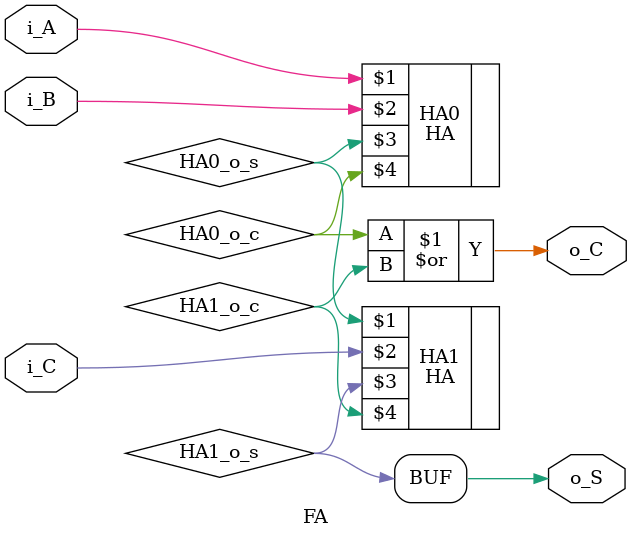
<source format=v>
module FA(i_A,i_B,i_C,o_S,o_C);
  
input i_A, i_B;
input i_C;
output o_S;
output o_C;
wire HA0_o_s, HA0_o_c;
wire HA1_o_s, HA1_o_c;

HA HA0(i_A,i_B,HA0_o_s,HA0_o_c);
HA HA1(HA0_o_s,i_C,HA1_o_s,HA1_o_c);

assign o_S = HA1_o_s,
       o_C = HA0_o_c|HA1_o_c;

endmodule


</source>
